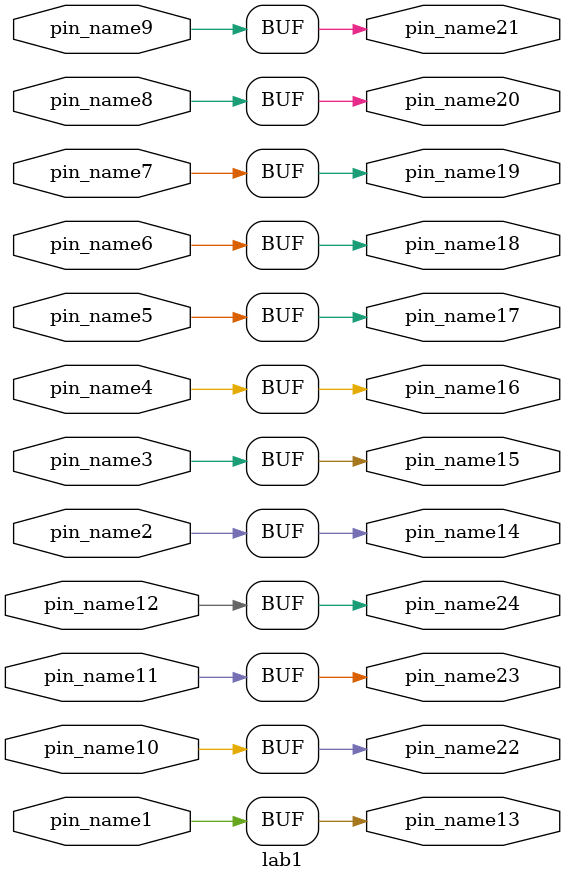
<source format=v>


module lab1(
	pin_name1,
	pin_name2,
	pin_name3,
	pin_name4,
	pin_name5,
	pin_name6,
	pin_name7,
	pin_name8,
	pin_name9,
	pin_name10,
	pin_name11,
	pin_name12,
	pin_name13,
	pin_name14,
	pin_name15,
	pin_name16,
	pin_name17,
	pin_name18,
	pin_name19,
	pin_name20,
	pin_name21,
	pin_name22,
	pin_name23,
	pin_name24
);


input wire	pin_name1;
input wire	pin_name2;
input wire	pin_name3;
input wire	pin_name4;
input wire	pin_name5;
input wire	pin_name6;
input wire	pin_name7;
input wire	pin_name8;
input wire	pin_name9;
input wire	pin_name10;
input wire	pin_name11;
input wire	pin_name12;
output wire	pin_name13;
output wire	pin_name14;
output wire	pin_name15;
output wire	pin_name16;
output wire	pin_name17;
output wire	pin_name18;
output wire	pin_name19;
output wire	pin_name20;
output wire	pin_name21;
output wire	pin_name22;
output wire	pin_name23;
output wire	pin_name24;


assign	pin_name13 = pin_name1;
assign	pin_name14 = pin_name2;
assign	pin_name15 = pin_name3;
assign	pin_name16 = pin_name4;
assign	pin_name17 = pin_name5;
assign	pin_name18 = pin_name6;
assign	pin_name19 = pin_name7;
assign	pin_name20 = pin_name8;
assign	pin_name21 = pin_name9;
assign	pin_name22 = pin_name10;
assign	pin_name23 = pin_name11;
assign	pin_name24 = pin_name12;




endmodule

</source>
